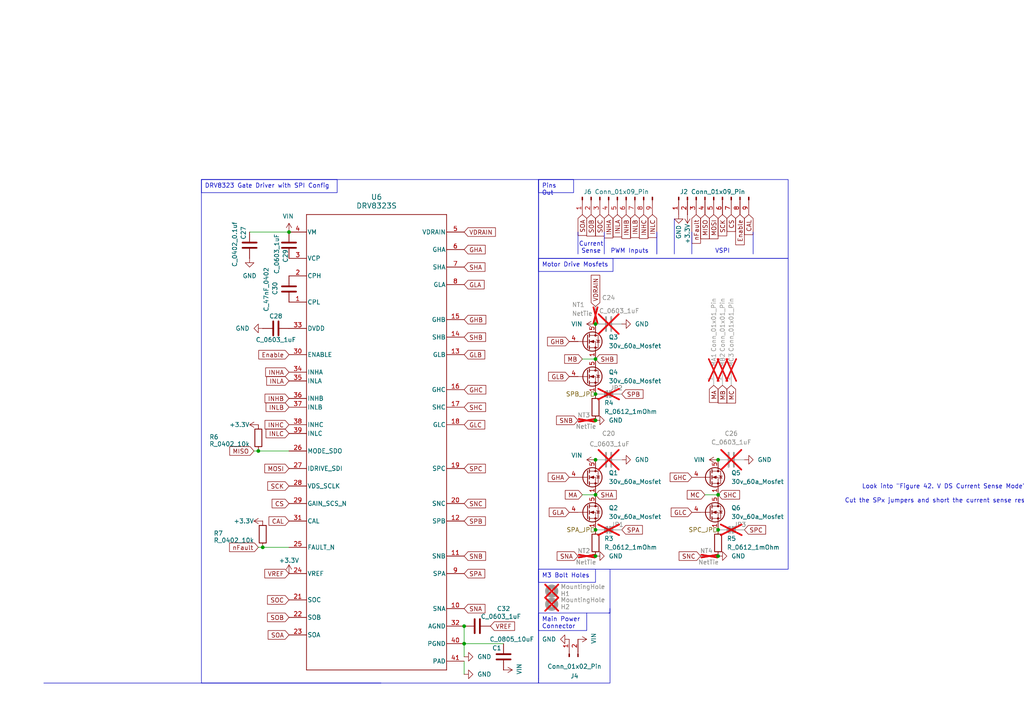
<source format=kicad_sch>
(kicad_sch (version 20231120) (generator "eeschema") (generator_version "8.0")
  (paper "A4")
  (lib_symbols
    (symbol "Connector:Conn_01x01_Pin" (pin_names (offset 1.016) hide)
      (property "Reference" "J" (at 0 2.54 0))
      (property "Value" "Conn_01x01_Pin" (at 0 -2.54 0))
      (symbol "Conn_01x01_Pin_1_1"
        (polyline (pts (xy 1.27 0) (xy 0.8636 0)) (stroke (width 0.1524)))
        (rectangle (start 0.8636 0.127) (end 0 -0.127) (stroke (width 0.1524)) (fill (type outline)))
        (pin passive line (at 5.08 0 180) (length 3.81) (name "Pin_1") (number "1"))
      )
    )
    (symbol "Connector:Conn_01x02_Pin" (pin_names (offset 1.016) hide)
      (property "Reference" "J" (at 0 2.54 0))
      (property "Value" "Conn_01x02_Pin" (at 0 -5.08 0))
      (symbol "Conn_01x02_Pin_1_1"
        (polyline (pts (xy 1.27 -2.54) (xy 0.8636 -2.54)) (stroke (width 0.1524)))
        (polyline (pts (xy 1.27 0) (xy 0.8636 0)) (stroke (width 0.1524)))
        (rectangle (start 0.8636 -2.413) (end 0 -2.667) (stroke (width 0.1524)) (fill (type outline)))
        (rectangle (start 0.8636 0.127) (end 0 -0.127) (stroke (width 0.1524)) (fill (type outline)))
        (pin passive line (at 5.08 0 180) (length 3.81) (name "Pin_1") (number "1"))
        (pin passive line (at 5.08 -2.54 180) (length 3.81) (name "Pin_2") (number "2"))
      )
    )
    (symbol "Connector:Conn_01x09_Pin" (pin_names (offset 1.016) hide)
      (property "Reference" "J" (at 0 12.7 0))
      (property "Value" "Conn_01x09_Pin" (at 0 -12.7 0))
      (symbol "Conn_01x09_Pin_1_1"
        (polyline (pts (xy 1.27 -10.16) (xy 0.8636 -10.16)) (stroke (width 0.1524)))
        (polyline (pts (xy 1.27 -7.62) (xy 0.8636 -7.62)) (stroke (width 0.1524)))
        (polyline (pts (xy 1.27 -5.08) (xy 0.8636 -5.08)) (stroke (width 0.1524)))
        (polyline (pts (xy 1.27 -2.54) (xy 0.8636 -2.54)) (stroke (width 0.1524)))
        (polyline (pts (xy 1.27 0) (xy 0.8636 0)) (stroke (width 0.1524)))
        (polyline (pts (xy 1.27 2.54) (xy 0.8636 2.54)) (stroke (width 0.1524)))
        (polyline (pts (xy 1.27 5.08) (xy 0.8636 5.08)) (stroke (width 0.1524)))
        (polyline (pts (xy 1.27 7.62) (xy 0.8636 7.62)) (stroke (width 0.1524)))
        (polyline (pts (xy 1.27 10.16) (xy 0.8636 10.16)) (stroke (width 0.1524)))
        (rectangle (start 0.8636 -10.033) (end 0 -10.287) (stroke (width 0.1524)) (fill (type outline)))
        (rectangle (start 0.8636 -7.493) (end 0 -7.747) (stroke (width 0.1524)) (fill (type outline)))
        (rectangle (start 0.8636 -4.953) (end 0 -5.207) (stroke (width 0.1524)) (fill (type outline)))
        (rectangle (start 0.8636 -2.413) (end 0 -2.667) (stroke (width 0.1524)) (fill (type outline)))
        (rectangle (start 0.8636 0.127) (end 0 -0.127) (stroke (width 0.1524)) (fill (type outline)))
        (rectangle (start 0.8636 2.667) (end 0 2.413) (stroke (width 0.1524)) (fill (type outline)))
        (rectangle (start 0.8636 5.207) (end 0 4.953) (stroke (width 0.1524)) (fill (type outline)))
        (rectangle (start 0.8636 7.747) (end 0 7.493) (stroke (width 0.1524)) (fill (type outline)))
        (rectangle (start 0.8636 10.287) (end 0 10.033) (stroke (width 0.1524)) (fill (type outline)))
        (pin passive line (at 5.08 10.16 180) (length 3.81) (name "Pin_1") (number "1"))
        (pin passive line (at 5.08 7.62 180) (length 3.81) (name "Pin_2") (number "2"))
        (pin passive line (at 5.08 5.08 180) (length 3.81) (name "Pin_3") (number "3"))
        (pin passive line (at 5.08 2.54 180) (length 3.81) (name "Pin_4") (number "4"))
        (pin passive line (at 5.08 0 180) (length 3.81) (name "Pin_5") (number "5"))
        (pin passive line (at 5.08 -2.54 180) (length 3.81) (name "Pin_6") (number "6"))
        (pin passive line (at 5.08 -5.08 180) (length 3.81) (name "Pin_7") (number "7"))
        (pin passive line (at 5.08 -7.62 180) (length 3.81) (name "Pin_8") (number "8"))
        (pin passive line (at 5.08 -10.16 180) (length 3.81) (name "Pin_9") (number "9"))
      )
    )
    (symbol "CustomLibrary:DRV8323S" (pin_names (offset 0.254))
      (property "Reference" "U" (at 0 2.54 0))
      (property "Value" "DRV8323S" (at 0 0 0))
      (symbol "DRV8323S_0_1"
        (polyline (pts (xy -20.32 -66.04) (xy 20.32 -66.04)) (stroke (width 0.2032)))
        (polyline (pts (xy -20.32 66.04) (xy -20.32 -66.04)) (stroke (width 0.2032)))
        (polyline (pts (xy 20.32 -66.04) (xy 20.32 66.04)) (stroke (width 0.2032)))
        (polyline (pts (xy 20.32 66.04) (xy -20.32 66.04)) (stroke (width 0.2032)))
        (pin unspecified line (at -25.4 40.64 0) (length 5.08) (name "CPL") (number "1"))
        (pin input line (at 25.4 -48.26 180) (length 5.08) (name "SNA") (number "10"))
        (pin input line (at 25.4 -33.02 180) (length 5.08) (name "SNB") (number "11"))
        (pin input line (at 25.4 -22.86 180) (length 5.08) (name "SPB") (number "12"))
        (pin output line (at 25.4 25.4 180) (length 5.08) (name "GLB") (number "13"))
        (pin input line (at 25.4 30.48 180) (length 5.08) (name "SHB") (number "14"))
        (pin output line (at 25.4 35.56 180) (length 5.08) (name "GHB") (number "15"))
        (pin output line (at 25.4 15.24 180) (length 5.08) (name "GHC") (number "16"))
        (pin input line (at 25.4 10.16 180) (length 5.08) (name "SHC") (number "17"))
        (pin output line (at 25.4 5.08 180) (length 5.08) (name "GLC") (number "18"))
        (pin input line (at 25.4 -7.62 180) (length 5.08) (name "SPC") (number "19"))
        (pin unspecified line (at -25.4 48.26 0) (length 5.08) (name "CPH") (number "2"))
        (pin input line (at 25.4 -17.78 180) (length 5.08) (name "SNC") (number "20"))
        (pin output line (at -25.4 -45.72 0) (length 5.08) (name "SOC") (number "21"))
        (pin output line (at -25.4 -50.8 0) (length 5.08) (name "SOB") (number "22"))
        (pin output line (at -25.4 -55.88 0) (length 5.08) (name "SOA") (number "23"))
        (pin input line (at -25.4 -38.1 0) (length 5.08) (name "VREF") (number "24"))
        (pin open_collector line (at -25.4 -30.48 0) (length 5.08) (name "FAULT_N") (number "25"))
        (pin unspecified line (at -25.4 -2.54 0) (length 5.08) (name "MODE_SDO") (number "26"))
        (pin input line (at -25.4 -7.62 0) (length 5.08) (name "IDRIVE_SDI") (number "27"))
        (pin input line (at -25.4 -12.7 0) (length 5.08) (name "VDS_SCLK") (number "28"))
        (pin input line (at -25.4 -17.78 0) (length 5.08) (name "GAIN_SCS_N") (number "29"))
        (pin power_in line (at -25.4 53.34 0) (length 5.08) (name "VCP") (number "3"))
        (pin input line (at -25.4 25.4 0) (length 5.08) (name "ENABLE") (number "30"))
        (pin input line (at -25.4 -22.86 0) (length 5.08) (name "CAL") (number "31"))
        (pin power_in line (at 25.4 -53.34 180) (length 5.08) (name "AGND") (number "32"))
        (pin power_in line (at -25.4 33.02 0) (length 5.08) (name "DVDD") (number "33"))
        (pin input line (at -25.4 20.32 0) (length 5.08) (name "INHA") (number "34"))
        (pin input line (at -25.4 17.78 0) (length 5.08) (name "INLA") (number "35"))
        (pin input line (at -25.4 12.7 0) (length 5.08) (name "INHB") (number "36"))
        (pin input line (at -25.4 10.16 0) (length 5.08) (name "INLB") (number "37"))
        (pin input line (at -25.4 5.08 0) (length 5.08) (name "INHC") (number "38"))
        (pin input line (at -25.4 2.54 0) (length 5.08) (name "INLC") (number "39"))
        (pin power_in line (at -25.4 60.96 0) (length 5.08) (name "VM") (number "4"))
        (pin power_in line (at 25.4 -58.42 180) (length 5.08) (name "PGND") (number "40"))
        (pin power_in line (at 25.4 -63.5 180) (length 5.08) (name "PAD") (number "41"))
        (pin input line (at 25.4 60.96 180) (length 5.08) (name "VDRAIN") (number "5"))
        (pin output line (at 25.4 55.88 180) (length 5.08) (name "GHA") (number "6"))
        (pin input line (at 25.4 50.8 180) (length 5.08) (name "SHA") (number "7"))
        (pin output line (at 25.4 45.72 180) (length 5.08) (name "GLA") (number "8"))
        (pin input line (at 25.4 -38.1 180) (length 5.08) (name "SPA") (number "9"))
      )
    )
    (symbol "Device:NetTie_2" (pin_numbers hide) (pin_names (offset 0) hide) (in_bom no)
      (property "Reference" "NT" (at 0 1.27 0))
      (property "Value" "NetTie_2" (at 0 -1.27 0))
      (symbol "NetTie_2_0_1"
        (polyline (pts (xy -1.27 0) (xy 1.27 0)) (stroke (width 0.254)))
      )
      (symbol "NetTie_2_1_1"
        (pin passive line (at -2.54 0 0) (length 2.54) (name "1") (number "1"))
        (pin passive line (at 2.54 0 180) (length 2.54) (name "2") (number "2"))
      )
    )
    (symbol "Jumper:SolderJumper_2_Bridged" (pin_numbers hide) (pin_names (offset 0) hide) (exclude_from_sim yes) (in_bom no)
      (property "Reference" "JP" (at 0 2.032 0))
      (property "Value" "SolderJumper_2_Bridged" (at 0 -2.54 0))
      (symbol "SolderJumper_2_Bridged_0_1"
        (rectangle (start -0.508 0.508) (end 0.508 -0.508) (fill (type outline)))
        (arc (start -0.254 1.016) (mid -1.2656 0) (end -0.254 -1.016))
        (arc (start -0.254 1.016) (mid -1.2656 0) (end -0.254 -1.016) (fill (type outline)))
        (polyline (pts (xy -0.254 1.016) (xy -0.254 -1.016)))
        (polyline (pts (xy 0.254 1.016) (xy 0.254 -1.016)))
        (arc (start 0.254 -1.016) (mid 1.2656 0) (end 0.254 1.016))
        (arc (start 0.254 -1.016) (mid 1.2656 0) (end 0.254 1.016) (fill (type outline)))
      )
      (symbol "SolderJumper_2_Bridged_1_1"
        (pin passive line (at -3.81 0 0) (length 2.54) (name "A") (number "1"))
        (pin passive line (at 3.81 0 180) (length 2.54) (name "B") (number "2"))
      )
    )
    (symbol "Mechanical:MountingHole" (pin_names (offset 1.016)) (exclude_from_sim yes) (in_bom no)
      (property "Reference" "H" (at 0 5.08 0))
      (property "Value" "MountingHole" (at 0 3.175 0))
      (symbol "MountingHole_0_1"
        (circle (center 0 0) (radius 1.27) (stroke (width 1.27)))
      )
    )
    (symbol "PCM_Capacitor_AKL:C_0201" (pin_numbers hide) (pin_names (offset 0.254))
      (property "Reference" "C" (at 0.635 2.54 0))
      (property "Value" "C_0201" (at 0.635 -2.54 0))
      (symbol "C_0201_0_1"
        (polyline (pts (xy -2.032 -0.762) (xy 2.032 -0.762)) (stroke (width 0.508)))
        (polyline (pts (xy -2.032 0.762) (xy 2.032 0.762)) (stroke (width 0.508)))
      )
      (symbol "C_0201_1_1"
        (pin passive line (at 0 3.81 270) (length 2.794) (name "~") (number "1"))
        (pin passive line (at 0 -3.81 90) (length 2.794) (name "~") (number "2"))
      )
    )
    (symbol "PCM_Capacitor_AKL:C_0805" (pin_numbers hide) (pin_names (offset 0.254))
      (property "Reference" "C" (at 0.635 2.54 0))
      (property "Value" "C_0805" (at 0.635 -2.54 0))
      (symbol "C_0805_0_1"
        (polyline (pts (xy -2.032 -0.762) (xy 2.032 -0.762)) (stroke (width 0.508)))
        (polyline (pts (xy -2.032 0.762) (xy 2.032 0.762)) (stroke (width 0.508)))
      )
      (symbol "C_0805_1_1"
        (pin passive line (at 0 3.81 270) (length 2.794) (name "~") (number "1"))
        (pin passive line (at 0 -3.81 90) (length 2.794) (name "~") (number "2"))
      )
    )
    (symbol "PCM_Resistor_AKL:R_0603" (pin_numbers hide) (pin_names (offset 0))
      (property "Reference" "R" (at 2.54 1.27 0))
      (property "Value" "R_0603" (at 2.54 -1.27 0))
      (symbol "R_0603_0_1"
        (rectangle (start -1.016 -2.54) (end 1.016 2.54) (stroke (width 0.254)))
      )
      (symbol "R_0603_1_1"
        (pin passive line (at 0 3.81 270) (length 1.27) (name "~") (number "1"))
        (pin passive line (at 0 -3.81 90) (length 1.27) (name "~") (number "2"))
      )
    )
    (symbol "PCM_Resistor_AKL:R_0815" (pin_numbers hide) (pin_names (offset 0))
      (property "Reference" "R" (at 2.54 1.27 0))
      (property "Value" "R_0815" (at 2.54 -1.27 0))
      (symbol "R_0815_0_1"
        (rectangle (start -1.016 -2.54) (end 1.016 2.54) (stroke (width 0.254)))
      )
      (symbol "R_0815_1_1"
        (pin passive line (at 0 3.81 270) (length 1.27) (name "~") (number "1"))
        (pin passive line (at 0 -3.81 90) (length 1.27) (name "~") (number "2"))
      )
    )
    (symbol "Transistor_FET:CSD17581Q3A" (pin_names hide)
      (property "Reference" "Q" (at 5.08 1.905 0))
      (property "Value" "CSD17581Q3A" (at 5.08 0 0))
      (symbol "CSD17581Q3A_0_1"
        (polyline (pts (xy 0.254 0) (xy -2.54 0)))
        (polyline (pts (xy 0.254 1.905) (xy 0.254 -1.905)) (stroke (width 0.254)))
        (polyline (pts (xy 0.762 -1.27) (xy 0.762 -2.286)) (stroke (width 0.254)))
        (polyline (pts (xy 0.762 0.508) (xy 0.762 -0.508)) (stroke (width 0.254)))
        (polyline (pts (xy 0.762 2.286) (xy 0.762 1.27)) (stroke (width 0.254)))
        (polyline (pts (xy 2.54 2.54) (xy 2.54 1.778)))
        (polyline (pts (xy 2.54 -2.54) (xy 2.54 0) (xy 0.762 0)))
        (polyline (pts (xy 0.762 -1.778) (xy 3.302 -1.778) (xy 3.302 1.778) (xy 0.762 1.778)))
        (polyline (pts (xy 1.016 0) (xy 2.032 0.381) (xy 2.032 -0.381) (xy 1.016 0)) (fill (type outline)))
        (polyline (pts (xy 2.794 0.508) (xy 2.921 0.381) (xy 3.683 0.381) (xy 3.81 0.254)))
        (polyline (pts (xy 3.302 0.381) (xy 2.921 -0.254) (xy 3.683 -0.254) (xy 3.302 0.381)))
        (circle (center 1.651 0) (radius 2.794) (stroke (width 0.254)))
        (circle (center 2.54 -1.778) (radius 0.254) (fill (type outline)))
        (circle (center 2.54 1.778) (radius 0.254) (fill (type outline)))
      )
      (symbol "CSD17581Q3A_1_1"
        (pin passive line (at 2.54 -5.08 90) (length 2.54) (name "S") (number "1"))
        (pin passive line (at 2.54 -5.08 90) (length 2.54) hide (name "S") (number "2"))
        (pin passive line (at 2.54 -5.08 90) (length 2.54) hide (name "S") (number "3"))
        (pin passive line (at -5.08 0 0) (length 2.54) (name "G") (number "4"))
        (pin passive line (at 2.54 5.08 270) (length 2.54) (name "D") (number "5"))
      )
    )
    (symbol "power:+3.3V" (power) (pin_numbers hide) (pin_names (offset 0) hide)
      (property "Value" "+3.3V" (at 0 3.556 0))
      (symbol "+3.3V_0_1"
        (polyline (pts (xy -0.762 1.27) (xy 0 2.54)))
        (polyline (pts (xy 0 0) (xy 0 2.54)))
        (polyline (pts (xy 0 2.54) (xy 0.762 1.27)))
      )
      (symbol "+3.3V_1_1"
        (pin power_in line (at 0 0 90) (length 0) (name "~") (number "1"))
      )
    )
    (symbol "power:GND" (power) (pin_numbers hide) (pin_names (offset 0) hide)
      (property "Value" "GND" (at 0 -3.81 0))
      (symbol "GND_0_1"
        (polyline (pts (xy 0 0) (xy 0 -1.27) (xy 1.27 -1.27) (xy 0 -2.54) (xy -1.27 -1.27) (xy 0 -1.27)))
      )
      (symbol "GND_1_1"
        (pin power_in line (at 0 0 270) (length 0) (name "~") (number "1"))
      )
    )
    (symbol "power:VCC" (power) (pin_numbers hide) (pin_names (offset 0) hide)
      (property "Value" "VCC" (at 0 3.556 0))
      (symbol "VCC_0_1"
        (polyline (pts (xy -0.762 1.27) (xy 0 2.54)))
        (polyline (pts (xy 0 0) (xy 0 2.54)))
        (polyline (pts (xy 0 2.54) (xy 0.762 1.27)))
      )
      (symbol "VCC_1_1"
        (pin power_in line (at 0 0 90) (length 0) (name "~") (number "1"))
      )
    )
  )
  (junction (at 172.72 114.3))
  (junction (at 172.72 143.51))
  (junction (at 208.28 161.29))
  (junction (at 134.62 186.69))
  (junction (at 172.72 121.92))
  (junction (at 172.72 133.35))
  (junction (at 74.93 130.81))
  (junction (at 172.72 161.29))
  (junction (at 208.28 133.35))
  (junction (at 76.2 158.75))
  (junction (at 134.62 181.61))
  (junction (at 208.28 143.51))
  (junction (at 172.72 104.14))
  (junction (at 208.28 153.67))
  (junction (at 83.82 67.31))
  (junction (at 172.72 153.67))
  (junction (at 172.72 93.98))
  (polyline (pts (xy 175.26 67.31) (xy 175.26 73.66)))
  (polyline (pts (xy 218.44 67.31) (xy 218.44 73.66)))
  (polyline (pts (xy 176.9079 177.8) (xy 176.53 177.8)))
  (polyline (pts (xy 176.9079 176.4848) (xy 176.9079 177.8)))
  (polyline (pts (xy 12.7 198.12) (xy 110.49 198.12)))
  (polyline (pts (xy 156.21 196.85) (xy 156.21 196.85)))
  (polyline (pts (xy 190.5 67.31) (xy 190.5 73.66)))
  (wire (pts (xy 134.62 190.5) (xy 134.62 186.69)))
  (wire (pts (xy 134.62 195.58) (xy 134.62 191.77)))
  (polyline (pts (xy 190.5 67.31) (xy 190.5 73.66)))
  (wire (pts (xy 72.39 67.31) (xy 83.82 67.31)))
  (polyline (pts (xy 200.66 67.31) (xy 200.66 73.66)))
  (wire (pts (xy 76.2 158.75) (xy 83.82 158.75)))
  (polyline (pts (xy 167.64 67.31) (xy 167.64 73.66)))
  (wire (pts (xy 204.47 143.51) (xy 208.28 143.51)))
  (wire (pts (xy 134.62 181.61) (xy 134.62 186.69)))
  (wire (pts (xy 168.91 143.51) (xy 172.72 143.51)))
  (polyline (pts (xy 195.58 63.5) (xy 195.58 73.66)))
  (wire (pts (xy 168.91 104.14) (xy 172.72 104.14)))
  (wire (pts (xy 74.93 130.81) (xy 83.82 130.81)))
  (wire (pts (xy 73.66 130.81) (xy 74.93 130.81)))
  (wire (pts (xy 74.93 158.75) (xy 76.2 158.75)))
  (polyline (pts (xy 170.18 177.8) (xy 176.9079 177.8)))
  (wire (pts (xy 134.62 186.69) (xy 146.05 186.69)))
  (rectangle (start 156.21 74.93) (end 228.6 165.1))
  (rectangle (start 156.21 52.07) (end 228.6 74.93))
  (rectangle (start 156.21 165.1) (end 176.9338 198.12))
  (rectangle (start 58.42 52.07) (end 156.21 198.12))
  (text_box "M3 Bolt Holes" (at 156.21 165.1 0) (size 16.51 3.81) (effects (font (size 1.27 1.27)) (justify left top)))
  (text_box "Main Power Connector" (at 156.21 177.8 0) (size 13.97 5.08) (effects (font (size 1.27 1.27)) (justify left top)))
  (text_box "Motor Drive Mosfets" (at 156.21 74.93 0) (size 21.59 3.81) (effects (font (size 1.27 1.27)) (justify left top)))
  (text_box "DRV8323 Gate Driver with SPI Config" (at 58.42 52.07 0) (size 39.37 3.81) (effects (font (size 1.27 1.27)) (justify left top)))
  (text_box "Pins Out" (at 156.21 52.07 0) (size 10.16 3.81) (effects (font (size 1.27 1.27)) (justify left top)))
  (text "PWM Inputs" (at 182.626 72.898 0) (effects (font (size 1.27 1.27))))
  (text "VSPI" (at 209.55 72.898 0) (effects (font (size 1.27 1.27))))
  (text "Current\nSense" (at 171.45 71.882 0) (effects (font (size 1.27 1.27))))
  (text "Look into \"Figure 42. V DS Current Sense Mode\"\n\nCut the SPx jumpers and short the current sense resistors" (at 273.812 143.256 0) (effects (font (size 1.27 1.27))))
  (global_label "MC" (shape input) (at 204.47 143.51 180) (property "Intersheetrefs" "${INTERSHEET_REFS}" (effects (hide yes))))
  (global_label "MOSI" (shape input) (at 207.01 62.23 270) (property "Intersheetrefs" "${INTERSHEET_REFS}" (effects (hide yes))))
  (global_label "CS" (shape input) (at 212.09 62.23 270) (property "Intersheetrefs" "${INTERSHEET_REFS}" (effects (hide yes))))
  (global_label "Enable" (shape input) (at 83.82 102.87 180) (property "Intersheetrefs" "${INTERSHEET_REFS}" (effects (hide yes))))
  (global_label "INHC" (shape input) (at 83.82 123.19 180) (property "Intersheetrefs" "${INTERSHEET_REFS}" (effects (hide yes))))
  (global_label "MC" (shape input) (at 212.09 111.76 270) (property "Intersheetrefs" "${INTERSHEET_REFS}" (effects (hide yes))))
  (global_label "SOB" (shape input) (at 171.45 62.23 270) (property "Intersheetrefs" "${INTERSHEET_REFS}" (effects (hide yes))))
  (global_label "MA" (shape input) (at 207.01 111.76 270) (property "Intersheetrefs" "${INTERSHEET_REFS}" (effects (hide yes))))
  (global_label "SHB" (shape input) (at 172.72 104.14 0) (property "Intersheetrefs" "${INTERSHEET_REFS}" (effects (hide yes))))
  (global_label "SOB" (shape input) (at 83.82 179.07 180) (property "Intersheetrefs" "${INTERSHEET_REFS}" (effects (hide yes))))
  (global_label "SHC" (shape input) (at 208.28 143.51 0) (property "Intersheetrefs" "${INTERSHEET_REFS}" (effects (hide yes))))
  (global_label "SNC" (shape input) (at 134.62 146.05 0) (property "Intersheetrefs" "${INTERSHEET_REFS}" (effects (hide yes))))
  (global_label "VREF" (shape input) (at 83.82 166.37 180) (property "Intersheetrefs" "${INTERSHEET_REFS}" (effects (hide yes))))
  (global_label "CAL" (shape input) (at 217.17 62.23 270) (property "Intersheetrefs" "${INTERSHEET_REFS}" (effects (hide yes))))
  (global_label "MISO" (shape input) (at 204.47 62.23 270) (property "Intersheetrefs" "${INTERSHEET_REFS}" (effects (hide yes))))
  (global_label "GLB" (shape input) (at 134.62 102.87 0) (property "Intersheetrefs" "${INTERSHEET_REFS}" (effects (hide yes))))
  (global_label "VDRAIN" (shape input) (at 134.62 67.31 0) (property "Intersheetrefs" "${INTERSHEET_REFS}" (effects (hide yes))))
  (global_label "SPA" (shape input) (at 134.62 166.37 0) (property "Intersheetrefs" "${INTERSHEET_REFS}" (effects (hide yes))))
  (global_label "INLB" (shape input) (at 184.15 62.23 270) (property "Intersheetrefs" "${INTERSHEET_REFS}" (effects (hide yes))))
  (global_label "GLB" (shape input) (at 165.1 109.22 180) (property "Intersheetrefs" "${INTERSHEET_REFS}" (effects (hide yes))))
  (global_label "GHA" (shape input) (at 165.1 138.43 180) (property "Intersheetrefs" "${INTERSHEET_REFS}" (effects (hide yes))))
  (global_label "INHC" (shape input) (at 186.69 62.23 270) (property "Intersheetrefs" "${INTERSHEET_REFS}" (effects (hide yes))))
  (global_label "CS" (shape input) (at 83.82 146.05 180) (property "Intersheetrefs" "${INTERSHEET_REFS}" (effects (hide yes))))
  (global_label "INLA" (shape input) (at 179.07 62.23 270) (property "Intersheetrefs" "${INTERSHEET_REFS}" (effects (hide yes))))
  (global_label "GHC" (shape input) (at 200.66 138.43 180) (property "Intersheetrefs" "${INTERSHEET_REFS}" (effects (hide yes))))
  (global_label "SNA" (shape input) (at 167.64 161.29 180) (property "Intersheetrefs" "${INTERSHEET_REFS}" (effects (hide yes))))
  (global_label "SHB" (shape input) (at 134.62 97.79 0) (property "Intersheetrefs" "${INTERSHEET_REFS}" (effects (hide yes))))
  (global_label "SPB" (shape input) (at 180.34 114.3 0) (property "Intersheetrefs" "${INTERSHEET_REFS}" (effects (hide yes))))
  (global_label "INHA" (shape input) (at 83.82 107.95 180) (property "Intersheetrefs" "${INTERSHEET_REFS}" (effects (hide yes))))
  (global_label "nFault" (shape input) (at 201.93 62.23 270) (property "Intersheetrefs" "${INTERSHEET_REFS}" (effects (hide yes))))
  (global_label "nFault" (shape input) (at 74.93 158.75 180) (property "Intersheetrefs" "${INTERSHEET_REFS}" (effects (hide yes))))
  (global_label "SOC" (shape input) (at 83.82 173.99 180) (property "Intersheetrefs" "${INTERSHEET_REFS}" (effects (hide yes))))
  (global_label "GLC" (shape input) (at 134.62 123.19 0) (property "Intersheetrefs" "${INTERSHEET_REFS}" (effects (hide yes))))
  (global_label "MOSI" (shape input) (at 83.82 135.89 180) (property "Intersheetrefs" "${INTERSHEET_REFS}" (effects (hide yes))))
  (global_label "GHC" (shape input) (at 134.62 113.03 0) (property "Intersheetrefs" "${INTERSHEET_REFS}" (effects (hide yes))))
  (global_label "GHA" (shape input) (at 134.62 72.39 0) (property "Intersheetrefs" "${INTERSHEET_REFS}" (effects (hide yes))))
  (global_label "SOC" (shape input) (at 173.99 62.23 270) (property "Intersheetrefs" "${INTERSHEET_REFS}" (effects (hide yes))))
  (global_label "SCK" (shape input) (at 209.55 62.23 270) (property "Intersheetrefs" "${INTERSHEET_REFS}" (effects (hide yes))))
  (global_label "VDRAIN" (shape input) (at 172.72 88.9 90) (property "Intersheetrefs" "${INTERSHEET_REFS}" (effects (hide yes))))
  (global_label "SHC" (shape input) (at 134.62 118.11 0) (property "Intersheetrefs" "${INTERSHEET_REFS}" (effects (hide yes))))
  (global_label "SCK" (shape input) (at 83.82 140.97 180) (property "Intersheetrefs" "${INTERSHEET_REFS}" (effects (hide yes))))
  (global_label "MB" (shape input) (at 168.91 104.14 180) (property "Intersheetrefs" "${INTERSHEET_REFS}" (effects (hide yes))))
  (global_label "SHA" (shape input) (at 134.62 77.47 0) (property "Intersheetrefs" "${INTERSHEET_REFS}" (effects (hide yes))))
  (global_label "INLC" (shape input) (at 189.23 62.23 270) (property "Intersheetrefs" "${INTERSHEET_REFS}" (effects (hide yes))))
  (global_label "SNB" (shape input) (at 134.62 161.29 0) (property "Intersheetrefs" "${INTERSHEET_REFS}" (effects (hide yes))))
  (global_label "INHB" (shape input) (at 83.82 115.57 180) (property "Intersheetrefs" "${INTERSHEET_REFS}" (effects (hide yes))))
  (global_label "SHA" (shape input) (at 172.72 143.51 0) (property "Intersheetrefs" "${INTERSHEET_REFS}" (effects (hide yes))))
  (global_label "INLA" (shape input) (at 83.82 110.49 180) (property "Intersheetrefs" "${INTERSHEET_REFS}" (effects (hide yes))))
  (global_label "MB" (shape input) (at 209.55 111.76 270) (property "Intersheetrefs" "${INTERSHEET_REFS}" (effects (hide yes))))
  (global_label "SNA" (shape input) (at 134.62 176.53 0) (property "Intersheetrefs" "${INTERSHEET_REFS}" (effects (hide yes))))
  (global_label "SPA" (shape input) (at 180.34 153.67 0) (property "Intersheetrefs" "${INTERSHEET_REFS}" (effects (hide yes))))
  (global_label "SNC" (shape input) (at 203.2 161.29 180) (property "Intersheetrefs" "${INTERSHEET_REFS}" (effects (hide yes))))
  (global_label "INLB" (shape input) (at 83.82 118.11 180) (property "Intersheetrefs" "${INTERSHEET_REFS}" (effects (hide yes))))
  (global_label "SOA" (shape input) (at 83.82 184.15 180) (property "Intersheetrefs" "${INTERSHEET_REFS}" (effects (hide yes))))
  (global_label "GLA" (shape input) (at 134.62 82.55 0) (property "Intersheetrefs" "${INTERSHEET_REFS}" (effects (hide yes))))
  (global_label "VREF" (shape input) (at 142.24 181.61 0) (property "Intersheetrefs" "${INTERSHEET_REFS}" (effects (hide yes))))
  (global_label "SNB" (shape input) (at 167.64 121.92 180) (property "Intersheetrefs" "${INTERSHEET_REFS}" (effects (hide yes))))
  (global_label "INHA" (shape input) (at 176.53 62.23 270) (property "Intersheetrefs" "${INTERSHEET_REFS}" (effects (hide yes))))
  (global_label "CAL" (shape input) (at 83.82 151.13 180) (property "Intersheetrefs" "${INTERSHEET_REFS}" (effects (hide yes))))
  (global_label "SPB" (shape input) (at 134.62 151.13 0) (property "Intersheetrefs" "${INTERSHEET_REFS}" (effects (hide yes))))
  (global_label "SPC" (shape input) (at 215.9 153.67 0) (property "Intersheetrefs" "${INTERSHEET_REFS}" (effects (hide yes))))
  (global_label "GHB" (shape input) (at 165.1 99.06 180) (property "Intersheetrefs" "${INTERSHEET_REFS}" (effects (hide yes))))
  (global_label "INLC" (shape input) (at 83.82 125.73 180) (property "Intersheetrefs" "${INTERSHEET_REFS}" (effects (hide yes))))
  (global_label "SPC" (shape input) (at 134.62 135.89 0) (property "Intersheetrefs" "${INTERSHEET_REFS}" (effects (hide yes))))
  (global_label "GLA" (shape input) (at 165.1 148.59 180) (property "Intersheetrefs" "${INTERSHEET_REFS}" (effects (hide yes))))
  (global_label "MA" (shape input) (at 168.91 143.51 180) (property "Intersheetrefs" "${INTERSHEET_REFS}" (effects (hide yes))))
  (global_label "Enable" (shape input) (at 214.63 62.23 270) (property "Intersheetrefs" "${INTERSHEET_REFS}" (effects (hide yes))))
  (global_label "GHB" (shape input) (at 134.62 92.71 0) (property "Intersheetrefs" "${INTERSHEET_REFS}" (effects (hide yes))))
  (global_label "MISO" (shape input) (at 73.66 130.81 180) (property "Intersheetrefs" "${INTERSHEET_REFS}" (effects (hide yes))))
  (global_label "GLC" (shape input) (at 200.66 148.59 180) (property "Intersheetrefs" "${INTERSHEET_REFS}" (effects (hide yes))))
  (global_label "INHB" (shape input) (at 181.61 62.23 270) (property "Intersheetrefs" "${INTERSHEET_REFS}" (effects (hide yes))))
  (global_label "SOA" (shape input) (at 168.91 62.23 270) (property "Intersheetrefs" "${INTERSHEET_REFS}" (effects (hide yes))))
  (hierarchical_label "SPA_JP" (shape input) (at 172.72 153.67 180))
  (hierarchical_label "SPB_JP" (shape input) (at 172.72 114.3 180))
  (hierarchical_label "SPC_JP" (shape input) (at 208.28 153.67 180))
  (symbol (lib_id "Transistor_FET:CSD17581Q3A") (at 205.74 148.59 0) (unit 1)
    (property "Reference" "Q6" (at 212.09 147.3199 0) (effects (justify left)))
    (property "Value" "30v_60a_Mosfet" (at 212.09 149.8599 0) (effects (justify left)))
    (property "Footprint" "Package_SON:VSON-8_3.3x3.3mm_P0.65mm_NexFET" (effects (hide yes)))
    (property "Datasheet" "https://www.ti.com/lit/ds/symlink/csd17581q3a.pdf" (effects (hide yes)))
    (property "Description" "60A Id, 30V Vds, NexFET N-Channel Power MOSFET, 3.2mOhm Ron, Qg Typ 20nC, VSON-8 3.3x3.3mm" (effects (hide yes)))
    (property "Part_Number" "CSD17581Q3A" (effects (hide yes)))
  )
  (symbol (lib_id "Connector:Conn_01x02_Pin") (at 165.1 190.5 90) (unit 1)
    (property "Reference" "J4" (at 166.624 196.088 90))
    (property "Value" "Conn_01x02_Pin" (at 166.624 193.294 90))
    (property "Footprint" "Connector_AMASS:AMASS_XT60-M_1x02_P7.20mm_Vertical" (effects (hide yes)))
    (property "Description" "Generic connector, single row, 01x02, script generated" (effects (hide yes)))
  )
  (symbol (lib_id "Connector:Conn_01x09_Pin") (at 207.01 57.15 90) (mirror x) (unit 1)
    (property "Reference" "J2" (at 198.374 55.626 90))
    (property "Value" "Conn_01x09_Pin" (at 208.28 55.626 90))
    (property "Footprint" "Connector_PinHeader_2.54mm:PinHeader_1x09_P2.54mm_Vertical" (effects (hide yes)))
    (property "Description" "Generic connector, single row, 01x09, script generated" (effects (hide yes)))
  )
  (symbol (lib_id "PCM_Capacitor_AKL:C_0805") (at 83.82 71.12 0) (unit 1)
    (property "Reference" "C29" (at 82.804 76.2 90) (effects (justify left)))
    (property "Value" "C_0603_1uF" (at 80.264 79.502 90) (effects (justify left)))
    (property "Footprint" "Capacitor_SMD:C_0603_1608Metric" (effects (hide yes)))
    (property "Description" "SMD 0805 MLCC capacitor, Alternate KiCad Library" (effects (hide yes)))
    (property "Part_Number" "GRJ21BC72A105ME11L" (effects (hide yes)))
  )
  (symbol (lib_id "Connector:Conn_01x01_Pin") (at 209.55 106.68 270) (unit 1) (dnp yes)
    (property "Reference" "MB2" (at 209.55 104.394 0))
    (property "Value" "Conn_01x01_Pin" (at 209.55 94.234 0))
    (property "Footprint" "Connector_Wire:SolderWire-2sqmm_1x01_D2mm_OD3.9mm" (effects (hide yes)))
    (property "Description" "Generic connector, single row, 01x01, script generated" (effects (hide yes)))
  )
  (symbol (lib_id "Transistor_FET:CSD17581Q3A") (at 170.18 148.59 0) (unit 1)
    (property "Reference" "Q2" (at 176.53 147.3199 0) (effects (justify left)))
    (property "Value" "30v_60a_Mosfet" (at 176.53 149.8599 0) (effects (justify left)))
    (property "Footprint" "Package_SON:VSON-8_3.3x3.3mm_P0.65mm_NexFET" (effects (hide yes)))
    (property "Datasheet" "https://www.ti.com/lit/ds/symlink/csd17581q3a.pdf" (effects (hide yes)))
    (property "Description" "60A Id, 30V Vds, NexFET N-Channel Power MOSFET, 3.2mOhm Ron, Qg Typ 20nC, VSON-8 3.3x3.3mm" (effects (hide yes)))
    (property "Part_Number" "CSD17581Q3A" (effects (hide yes)))
  )
  (symbol (lib_id "power:VCC") (at 167.64 185.42 270) (unit 1)
    (property "Reference" "#PWR027" (effects (hide yes)))
    (property "Value" "VIN" (at 172.212 185.166 0))
    (property "Description" "Power symbol creates a global label with name \"VCC\"" (effects (hide yes)))
  )
  (symbol (lib_id "Transistor_FET:CSD17581Q3A") (at 170.18 99.06 0) (unit 1)
    (property "Reference" "Q3" (at 176.53 97.7899 0) (effects (justify left)))
    (property "Value" "30v_60a_Mosfet" (at 176.53 100.3299 0) (effects (justify left)))
    (property "Footprint" "Package_SON:VSON-8_3.3x3.3mm_P0.65mm_NexFET" (effects (hide yes)))
    (property "Datasheet" "https://www.ti.com/lit/ds/symlink/csd17581q3a.pdf" (effects (hide yes)))
    (property "Description" "60A Id, 30V Vds, NexFET N-Channel Power MOSFET, 3.2mOhm Ron, Qg Typ 20nC, VSON-8 3.3x3.3mm" (effects (hide yes)))
    (property "Part_Number" "CSD17581Q3A" (effects (hide yes)))
  )
  (symbol (lib_id "PCM_Capacitor_AKL:C_0201") (at 72.39 71.12 180) (unit 1)
    (property "Reference" "C27" (at 70.612 67.564 90))
    (property "Value" "C_0402_0.1uf" (at 68.072 70.866 90))
    (property "Footprint" "Capacitor_SMD:C_0402_1005Metric" (effects (hide yes)))
    (property "Description" "SMD 0201 MLCC capacitor, Alternate KiCad Library" (effects (hide yes)))
    (property "Part_Number" "GRM155R71H104KE14J" (effects (hide yes)))
  )
  (symbol (lib_id "power:VCC") (at 172.72 133.35 90) (unit 1)
    (property "Reference" "#PWR07" (effects (hide yes)))
    (property "Value" "VIN" (at 168.91 132.0799 90) (effects (justify left)))
    (property "Description" "Power symbol creates a global label with name \"VCC\"" (effects (hide yes)))
  )
  (symbol (lib_id "PCM_Capacitor_AKL:C_0805") (at 83.82 83.82 0) (unit 1)
    (property "Reference" "C30" (at 79.756 85.598 90) (effects (justify left)))
    (property "Value" "C_47nF_0402" (at 77.216 90.424 90) (effects (justify left)))
    (property "Footprint" "Capacitor_SMD:C_0402_1005Metric" (effects (hide yes)))
    (property "Description" "SMD 0805 MLCC capacitor, Alternate KiCad Library" (effects (hide yes)))
    (property "Part_Number" "GRM155R71H473KE14D" (effects (hide yes)))
  )
  (symbol (lib_id "power:GND") (at 72.39 74.93 0) (unit 1)
    (property "Reference" "#PWR019" (effects (hide yes)))
    (property "Value" "GND" (at 72.39 80.01 0))
    (property "Description" "Power symbol creates a global label with name \"GND\" , ground" (effects (hide yes)))
  )
  (symbol (lib_id "Device:NetTie_2") (at 172.72 91.44 90) (unit 1) (in_bom no) (dnp yes)
    (property "Reference" "NT1" (at 165.862 88.392 90) (effects (justify right)))
    (property "Value" "NetTie" (at 165.862 90.932 90) (effects (justify right)))
    (property "Footprint" "CustomLibrary:NetTie-2_0.16.mm_Diam" (effects (hide yes)))
    (property "Description" "Net tie, 2 pins" (effects (hide yes)))
  )
  (symbol (lib_id "PCM_Resistor_AKL:R_0603") (at 76.2 154.94 180) (unit 1)
    (property "Reference" "R7" (at 61.976 154.686 0) (effects (justify right)))
    (property "Value" "R_0402_10k" (at 61.976 156.718 0) (effects (justify right)))
    (property "Footprint" "PCM_Resistor_SMD_AKL:R_0402_1005Metric" (effects (hide yes)))
    (property "Description" "SMD 0603 Chip Resistor, European Symbol, Alternate KiCad Library" (effects (hide yes)))
    (property "Part_Number" "CR0402-FX-1002GLF" (effects (hide yes)))
  )
  (symbol (lib_id "Device:NetTie_2") (at 170.18 161.29 0) (unit 1) (in_bom no) (dnp yes)
    (property "Reference" "NT2" (at 171.196 159.766 0) (effects (justify right)))
    (property "Value" "NetTie" (at 172.974 163.068 0) (effects (justify right)))
    (property "Footprint" "CustomLibrary:NetTie-2_0.16.mm_Diam" (effects (hide yes)))
    (property "Description" "Net tie, 2 pins" (effects (hide yes)))
  )
  (symbol (lib_id "power:GND") (at 172.72 121.92 90) (unit 1)
    (property "Reference" "#PWR011" (effects (hide yes)))
    (property "Value" "GND" (at 176.53 121.9199 90) (effects (justify right)))
    (property "Description" "Power symbol creates a global label with name \"GND\" , ground" (effects (hide yes)))
  )
  (symbol (lib_id "Transistor_FET:CSD17581Q3A") (at 205.74 138.43 0) (unit 1)
    (property "Reference" "Q5" (at 212.09 137.1599 0) (effects (justify left)))
    (property "Value" "30v_60a_Mosfet" (at 212.09 139.6999 0) (effects (justify left)))
    (property "Footprint" "Package_SON:VSON-8_3.3x3.3mm_P0.65mm_NexFET" (effects (hide yes)))
    (property "Datasheet" "https://www.ti.com/lit/ds/symlink/csd17581q3a.pdf" (effects (hide yes)))
    (property "Description" "60A Id, 30V Vds, NexFET N-Channel Power MOSFET, 3.2mOhm Ron, Qg Typ 20nC, VSON-8 3.3x3.3mm" (effects (hide yes)))
    (property "Part_Number" "CSD17581Q3A" (effects (hide yes)))
  )
  (symbol (lib_id "power:GND") (at 215.9 133.35 90) (unit 1)
    (property "Reference" "#PWR018" (effects (hide yes)))
    (property "Value" "GND" (at 219.71 133.3499 90) (effects (justify right)))
    (property "Description" "Power symbol creates a global label with name \"GND\" , ground" (effects (hide yes)))
  )
  (symbol (lib_id "Connector:Conn_01x01_Pin") (at 207.01 106.68 270) (unit 1) (dnp yes)
    (property "Reference" "MA1" (at 207.01 104.394 0))
    (property "Value" "Conn_01x01_Pin" (at 207.01 94.234 0))
    (property "Footprint" "Connector_Wire:SolderWire-2sqmm_1x01_D2mm_OD3.9mm" (effects (hide yes)))
    (property "Description" "Generic connector, single row, 01x01, script generated" (effects (hide yes)))
  )
  (symbol (lib_id "power:GND") (at 172.72 161.29 90) (unit 1)
    (property "Reference" "#PWR08" (effects (hide yes)))
    (property "Value" "GND" (at 176.53 161.2899 90) (effects (justify right)))
    (property "Description" "Power symbol creates a global label with name \"GND\" , ground" (effects (hide yes)))
  )
  (symbol (lib_id "power:GND") (at 180.34 93.98 90) (unit 1)
    (property "Reference" "#PWR013" (effects (hide yes)))
    (property "Value" "GND" (at 184.15 93.9799 90) (effects (justify right)))
    (property "Description" "Power symbol creates a global label with name \"GND\" , ground" (effects (hide yes)))
  )
  (symbol (lib_id "power:VCC") (at 83.82 67.31 0) (unit 1)
    (property "Reference" "#PWR033" (effects (hide yes)))
    (property "Value" "VIN" (at 83.566 62.738 0))
    (property "Description" "Power symbol creates a global label with name \"VCC\"" (effects (hide yes)))
  )
  (symbol (lib_id "power:GND") (at 134.62 190.5 90) (unit 1)
    (property "Reference" "#PWR045" (effects (hide yes)))
    (property "Value" "GND" (at 138.43 190.4999 90) (effects (justify right)))
    (property "Description" "Power symbol creates a global label with name \"GND\" , ground" (effects (hide yes)))
  )
  (symbol (lib_id "Connector:Conn_01x09_Pin") (at 179.07 57.15 90) (mirror x) (unit 1)
    (property "Reference" "J6" (at 170.434 55.626 90))
    (property "Value" "Conn_01x09_Pin" (at 180.34 55.626 90))
    (property "Footprint" "Connector_PinHeader_2.54mm:PinHeader_1x09_P2.54mm_Vertical" (effects (hide yes)))
    (property "Description" "Generic connector, single row, 01x09, script generated" (effects (hide yes)))
  )
  (symbol (lib_id "Mechanical:MountingHole") (at 160.02 175.26 0) (mirror x) (unit 1) (exclude_from_sim yes) (in_bom no) (dnp yes)
    (property "Reference" "H2" (at 162.56 176.022 0) (effects (justify left)))
    (property "Value" "MountingHole" (at 162.56 173.9901 0) (effects (justify left)))
    (property "Footprint" "MountingHole:MountingHole_3.2mm_M3_DIN965_Pad" (effects (hide yes)))
    (property "Description" "Mounting Hole without connection" (effects (hide yes)))
  )
  (symbol (lib_id "power:GND") (at 196.85 62.23 0) (unit 1)
    (property "Reference" "#PWR01" (effects (hide yes)))
    (property "Value" "GND" (at 196.85 67.31 90))
    (property "Description" "Power symbol creates a global label with name \"GND\" , ground" (effects (hide yes)))
  )
  (symbol (lib_id "Connector:Conn_01x01_Pin") (at 212.09 106.68 270) (unit 1) (dnp yes)
    (property "Reference" "MC3" (at 212.09 104.394 0))
    (property "Value" "Conn_01x01_Pin" (at 212.09 94.234 0))
    (property "Footprint" "Connector_Wire:SolderWire-2sqmm_1x01_D2mm_OD3.9mm" (effects (hide yes)))
    (property "Description" "Generic connector, single row, 01x01, script generated" (effects (hide yes)))
  )
  (symbol (lib_id "power:GND") (at 208.28 161.29 90) (unit 1)
    (property "Reference" "#PWR015" (effects (hide yes)))
    (property "Value" "GND" (at 212.09 161.2899 90) (effects (justify right)))
    (property "Description" "Power symbol creates a global label with name \"GND\" , ground" (effects (hide yes)))
  )
  (symbol (lib_id "PCM_Capacitor_AKL:C_0805") (at 80.01 95.25 90) (unit 1)
    (property "Reference" "C28" (at 80.01 91.694 90))
    (property "Value" "C_0603_1uF" (at 80.01 98.552 90))
    (property "Footprint" "Capacitor_SMD:C_0603_1608Metric" (effects (hide yes)))
    (property "Description" "SMD 0805 MLCC capacitor, Alternate KiCad Library" (effects (hide yes)))
    (property "Part_Number" "GRJ21BC72A105ME11L" (effects (hide yes)))
  )
  (symbol (lib_id "PCM_Resistor_AKL:R_0815") (at 172.72 157.48 0) (unit 1)
    (property "Reference" "R3" (at 175.26 156.2099 0) (effects (justify left)))
    (property "Value" "R_0612_1mOhm" (at 175.26 158.7499 0) (effects (justify left)))
    (property "Footprint" "Resistor_SMD:R_0612_1632Metric" (effects (hide yes)))
    (property "Datasheet" "https://www.vishay.com/docs/30417/wfcp.pdf" (effects (hide yes)))
    (property "Description" "SMD 0815 Chip Resistor, European Symbol, Alternate KiCad Library" (effects (hide yes)))
    (property "Part_Number" "WFCP06121L000FE66" (effects (hide yes)))
  )
  (symbol (lib_id "PCM_Resistor_AKL:R_0815") (at 172.72 118.11 0) (unit 1)
    (property "Reference" "R4" (at 175.26 116.8399 0) (effects (justify left)))
    (property "Value" "R_0612_1mOhm" (at 175.26 119.3799 0) (effects (justify left)))
    (property "Footprint" "Resistor_SMD:R_0612_1632Metric" (effects (hide yes)))
    (property "Datasheet" "https://www.vishay.com/docs/30417/wfcp.pdf" (effects (hide yes)))
    (property "Description" "SMD 1206 Chip Resistor, European Symbol, Alternate KiCad Library" (effects (hide yes)))
    (property "Part_Number" "WFCP06121L000FE66" (effects (hide yes)))
  )
  (symbol (lib_id "power:GND") (at 180.34 133.35 90) (unit 1)
    (property "Reference" "#PWR09" (effects (hide yes)))
    (property "Value" "GND" (at 184.15 133.3499 90) (effects (justify right)))
    (property "Description" "Power symbol creates a global label with name \"GND\" , ground" (effects (hide yes)))
  )
  (symbol (lib_id "CustomLibrary:DRV8323S") (at 109.22 128.27 0) (unit 1)
    (property "Reference" "U6" (at 109.22 57.15 0) (effects (font (size 1.524 1.524))))
    (property "Value" "DRV8323S" (at 109.22 59.69 0) (effects (font (size 1.524 1.524))))
    (property "Footprint" "CustomLibrary:RTA0040B_NV" (effects (hide yes)))
    (property "Datasheet" "DRV8323S" (effects (hide yes)))
    (property "Part_Number" "DRV8323SRTAR" (effects (hide yes)))
  )
  (symbol (lib_id "PCM_Capacitor_AKL:C_0805") (at 212.09 133.35 90) (unit 1) (on_board no) (dnp yes)
    (property "Reference" "C26" (at 212.09 125.73 90))
    (property "Value" "C_0603_1uF" (at 212.09 128.27 90))
    (property "Footprint" "Capacitor_SMD:C_0603_1608Metric" (effects (hide yes)))
    (property "Description" "SMD 0805 MLCC capacitor, Alternate KiCad Library" (effects (hide yes)))
    (property "Part_Number" "GRJ21BC72A105ME11L" (effects (hide yes)))
  )
  (symbol (lib_id "power:VCC") (at 208.28 133.35 90) (unit 1)
    (property "Reference" "#PWR014" (effects (hide yes)))
    (property "Value" "VIN" (at 204.47 133.3499 90) (effects (justify left)))
    (property "Description" "Power symbol creates a global label with name \"VCC\"" (effects (hide yes)))
  )
  (symbol (lib_id "Jumper:SolderJumper_2_Bridged") (at 176.53 153.67 0) (unit 1) (exclude_from_sim yes) (in_bom no) (dnp yes)
    (property "Reference" "JP1" (at 179.07 152.146 0))
    (property "Value" "Jumper_Bridge" (effects (hide yes)))
    (property "Footprint" "Jumper:SolderJumper-2_P1.3mm_Bridged2Bar_RoundedPad1.0x1.5mm" (effects (hide yes)))
    (property "Description" "Solder Jumper, 2-pole, closed/bridged" (effects (hide yes)))
  )
  (symbol (lib_id "PCM_Capacitor_AKL:C_0805") (at 146.05 190.5 0) (unit 1)
    (property "Reference" "C1" (at 142.748 187.96 0) (effects (justify left)))
    (property "Value" "C_0805_10uF" (at 141.986 185.42 0) (effects (justify left)))
    (property "Footprint" "Capacitor_SMD:C_0805_2012Metric" (effects (hide yes)))
    (property "Description" "SMD 0805 MLCC capacitor, Alternate KiCad Library" (effects (hide yes)))
    (property "Part_Number" "GRM21BR61H106KE43K" (effects (hide yes)))
  )
  (symbol (lib_id "power:+3.3V") (at 199.39 62.23 180) (unit 1)
    (property "Reference" "#PWR02" (effects (hide yes)))
    (property "Value" "+3.3V" (at 199.39 67.818 90))
    (property "Description" "Power symbol creates a global label with name \"+3.3V\"" (effects (hide yes)))
  )
  (symbol (lib_id "Device:NetTie_2") (at 170.18 121.92 0) (unit 1) (in_bom no) (dnp yes)
    (property "Reference" "NT3" (at 171.196 120.396 0) (effects (justify right)))
    (property "Value" "NetTie" (at 172.974 123.698 0) (effects (justify right)))
    (property "Footprint" "CustomLibrary:NetTie-2_0.16.mm_Diam" (effects (hide yes)))
    (property "Description" "Net tie, 2 pins" (effects (hide yes)))
  )
  (symbol (lib_id "PCM_Capacitor_AKL:C_0805") (at 176.53 93.98 90) (unit 1) (on_board no) (dnp yes)
    (property "Reference" "C24" (at 176.53 86.36 90))
    (property "Value" "C_0603_1uF" (at 179.578 90.17 90))
    (property "Footprint" "Capacitor_SMD:C_0603_1608Metric" (effects (hide yes)))
    (property "Description" "SMD 0805 MLCC capacitor, Alternate KiCad Library" (effects (hide yes)))
    (property "Part_Number" "GRJ21BC72A105ME11L" (effects (hide yes)))
  )
  (symbol (lib_id "power:GND") (at 134.62 195.58 90) (unit 1)
    (property "Reference" "#PWR046" (effects (hide yes)))
    (property "Value" "GND" (at 138.43 195.5799 90) (effects (justify right)))
    (property "Description" "Power symbol creates a global label with name \"GND\" , ground" (effects (hide yes)))
  )
  (symbol (lib_id "PCM_Resistor_AKL:R_0815") (at 208.28 157.48 0) (unit 1)
    (property "Reference" "R5" (at 210.82 156.2099 0) (effects (justify left)))
    (property "Value" "R_0612_1mOhm" (at 210.82 158.7499 0) (effects (justify left)))
    (property "Footprint" "Resistor_SMD:R_0612_1632Metric" (effects (hide yes)))
    (property "Datasheet" "https://www.vishay.com/docs/30417/wfcp.pdf" (effects (hide yes)))
    (property "Description" "SMD 0815 Chip Resistor, European Symbol, Alternate KiCad Library" (effects (hide yes)))
    (property "Part_Number" "WFCP06121L000FE66" (effects (hide yes)))
  )
  (symbol (lib_id "power:+3.3V") (at 76.2 151.13 90) (unit 1)
    (property "Reference" "#PWR029" (effects (hide yes)))
    (property "Value" "+3.3V" (at 73.66 151.1299 90) (effects (justify left)))
    (property "Description" "Power symbol creates a global label with name \"+3.3V\"" (effects (hide yes)))
  )
  (symbol (lib_id "Mechanical:MountingHole") (at 160.02 171.45 0) (mirror x) (unit 1) (exclude_from_sim yes) (in_bom no) (dnp yes)
    (property "Reference" "H1" (at 162.56 172.212 0) (effects (justify left)))
    (property "Value" "MountingHole" (at 162.56 170.1801 0) (effects (justify left)))
    (property "Footprint" "MountingHole:MountingHole_3.2mm_M3_DIN965_Pad" (effects (hide yes)))
    (property "Description" "Mounting Hole without connection" (effects (hide yes)))
  )
  (symbol (lib_id "PCM_Resistor_AKL:R_0603") (at 74.93 127 180) (unit 1)
    (property "Reference" "R6" (at 60.706 126.746 0) (effects (justify right)))
    (property "Value" "R_0402_10k" (at 60.706 128.778 0) (effects (justify right)))
    (property "Footprint" "PCM_Resistor_SMD_AKL:R_0402_1005Metric" (effects (hide yes)))
    (property "Description" "SMD 0603 Chip Resistor, European Symbol, Alternate KiCad Library" (effects (hide yes)))
    (property "Part_Number" "CR0402-FX-1002GLF" (effects (hide yes)))
  )
  (symbol (lib_id "PCM_Capacitor_AKL:C_0805") (at 176.53 133.35 90) (unit 1) (on_board no) (dnp yes)
    (property "Reference" "C20" (at 176.53 125.73 90))
    (property "Value" "C_0603_1uF" (at 176.784 128.778 90))
    (property "Footprint" "Capacitor_SMD:C_0603_1608Metric" (effects (hide yes)))
    (property "Description" "SMD 0805 MLCC capacitor, Alternate KiCad Library" (effects (hide yes)))
    (property "Part_Number" "GRJ21BC72A105ME11L" (effects (hide yes)))
  )
  (symbol (lib_id "Device:NetTie_2") (at 205.74 161.29 0) (unit 1) (in_bom no) (dnp yes)
    (property "Reference" "NT4" (at 206.756 159.766 0) (effects (justify right)))
    (property "Value" "NetTie" (at 208.534 163.068 0) (effects (justify right)))
    (property "Footprint" "CustomLibrary:NetTie-2_0.16.mm_Diam" (effects (hide yes)))
    (property "Description" "Net tie, 2 pins" (effects (hide yes)))
  )
  (symbol (lib_id "power:+3.3V") (at 83.82 166.37 0) (unit 1)
    (property "Reference" "#PWR037" (effects (hide yes)))
    (property "Value" "+3.3V" (at 83.82 162.56 0))
    (property "Description" "Power symbol creates a global label with name \"+3.3V\"" (effects (hide yes)))
  )
  (symbol (lib_id "Jumper:SolderJumper_2_Bridged") (at 212.09 153.67 0) (unit 1) (exclude_from_sim yes) (in_bom no) (dnp yes)
    (property "Reference" "JP3" (at 214.63 152.146 0))
    (property "Value" "Jumper_Bridge" (effects (hide yes)))
    (property "Footprint" "Jumper:SolderJumper-2_P1.3mm_Bridged2Bar_RoundedPad1.0x1.5mm" (effects (hide yes)))
    (property "Description" "Solder Jumper, 2-pole, closed/bridged" (effects (hide yes)))
  )
  (symbol (lib_id "power:VCC") (at 172.72 93.98 90) (unit 1)
    (property "Reference" "#PWR010" (effects (hide yes)))
    (property "Value" "VIN" (at 168.91 93.9799 90) (effects (justify left)))
    (property "Description" "Power symbol creates a global label with name \"VCC\"" (effects (hide yes)))
  )
  (symbol (lib_id "power:GND") (at 165.1 185.42 270) (unit 1)
    (property "Reference" "#PWR024" (effects (hide yes)))
    (property "Value" "GND" (at 161.29 185.4199 90) (effects (justify right)))
    (property "Description" "Power symbol creates a global label with name \"GND\" , ground" (effects (hide yes)))
  )
  (symbol (lib_id "power:VCC") (at 146.05 194.31 270) (unit 1)
    (property "Reference" "#PWR03" (effects (hide yes)))
    (property "Value" "VIN" (at 150.622 194.056 0))
    (property "Description" "Power symbol creates a global label with name \"VCC\"" (effects (hide yes)))
  )
  (symbol (lib_id "Transistor_FET:CSD17581Q3A") (at 170.18 109.22 0) (unit 1)
    (property "Reference" "Q4" (at 176.53 107.9499 0) (effects (justify left)))
    (property "Value" "30v_60a_Mosfet" (at 176.53 110.4899 0) (effects (justify left)))
    (property "Footprint" "Package_SON:VSON-8_3.3x3.3mm_P0.65mm_NexFET" (effects (hide yes)))
    (property "Datasheet" "https://www.ti.com/lit/ds/symlink/csd17581q3a.pdf" (effects (hide yes)))
    (property "Description" "60A Id, 30V Vds, NexFET N-Channel Power MOSFET, 3.2mOhm Ron, Qg Typ 20nC, VSON-8 3.3x3.3mm" (effects (hide yes)))
    (property "Part_Number" "CSD17581Q3A" (effects (hide yes)))
  )
  (symbol (lib_id "power:+3.3V") (at 74.93 123.19 90) (unit 1)
    (property "Reference" "#PWR020" (effects (hide yes)))
    (property "Value" "+3.3V" (at 72.39 123.1899 90) (effects (justify left)))
    (property "Description" "Power symbol creates a global label with name \"+3.3V\"" (effects (hide yes)))
  )
  (symbol (lib_id "PCM_Capacitor_AKL:C_0805") (at 138.43 181.61 270) (unit 1)
    (property "Reference" "C32" (at 146.05 176.53 90))
    (property "Value" "C_0603_1uF" (at 145.288 178.816 90))
    (property "Footprint" "Capacitor_SMD:C_0603_1608Metric" (effects (hide yes)))
    (property "Description" "SMD 0805 MLCC capacitor, Alternate KiCad Library" (effects (hide yes)))
    (property "Part_Number" "GRJ21BC72A105ME11L" (effects (hide yes)))
  )
  (symbol (lib_id "Transistor_FET:CSD17581Q3A") (at 170.18 138.43 0) (unit 1)
    (property "Reference" "Q1" (at 176.53 137.1599 0) (effects (justify left)))
    (property "Value" "30v_60a_Mosfet" (at 176.53 139.6999 0) (effects (justify left)))
    (property "Footprint" "Package_SON:VSON-8_3.3x3.3mm_P0.65mm_NexFET" (effects (hide yes)))
    (property "Datasheet" "https://www.ti.com/lit/ds/symlink/csd17581q3a.pdf" (effects (hide yes)))
    (property "Description" "60A Id, 30V Vds, NexFET N-Channel Power MOSFET, 3.2mOhm Ron, Qg Typ 20nC, VSON-8 3.3x3.3mm" (effects (hide yes)))
    (property "Part_Number" "CSD17581Q3A" (effects (hide yes)))
  )
  (symbol (lib_id "power:GND") (at 76.2 95.25 270) (unit 1)
    (property "Reference" "#PWR030" (effects (hide yes)))
    (property "Value" "GND" (at 72.39 95.2499 90) (effects (justify right)))
    (property "Description" "Power symbol creates a global label with name \"GND\" , ground" (effects (hide yes)))
  )
  (symbol (lib_id "Jumper:SolderJumper_2_Bridged") (at 176.53 114.3 0) (unit 1) (exclude_from_sim yes) (in_bom no) (dnp yes)
    (property "Reference" "JP2" (at 178.816 112.522 0))
    (property "Value" "Jumper_Bridge" (effects (hide yes)))
    (property "Footprint" "Jumper:SolderJumper-2_P1.3mm_Bridged2Bar_RoundedPad1.0x1.5mm" (effects (hide yes)))
    (property "Description" "Solder Jumper, 2-pole, closed/bridged" (effects (hide yes)))
  )
)
</source>
